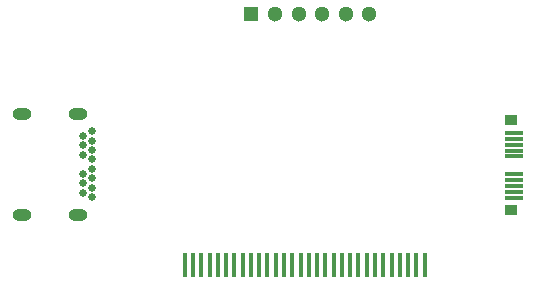
<source format=gbr>
%TF.GenerationSoftware,Altium Limited,Altium Designer,21.6.4 (81)*%
G04 Layer_Color=255*
%FSLAX26Y26*%
%MOIN*%
%TF.SameCoordinates,57458678-C278-4CFF-9AA2-19D65F52AC30*%
%TF.FilePolarity,Positive*%
%TF.FileFunction,Pads,Bot*%
%TF.Part,Single*%
G01*
G75*
%TA.AperFunction,ConnectorPad*%
%ADD14R,0.059055X0.013780*%
%TA.AperFunction,ComponentPad*%
%ADD34C,0.051181*%
%ADD35R,0.051181X0.051181*%
%ADD36O,0.062992X0.039370*%
%ADD37C,0.025591*%
%TA.AperFunction,ConnectorPad*%
%ADD39R,0.039370X0.035433*%
%TA.AperFunction,SMDPad,CuDef*%
%ADD40R,0.015748X0.078740*%
D14*
X1592520Y-111126D02*
D03*
Y-91441D02*
D03*
Y-71756D02*
D03*
Y-52071D02*
D03*
Y-32386D02*
D03*
Y26669D02*
D03*
Y46354D02*
D03*
Y66039D02*
D03*
Y85724D02*
D03*
Y105409D02*
D03*
D34*
X1111220Y500000D02*
D03*
X1032480D02*
D03*
X953740D02*
D03*
X796260D02*
D03*
X875000D02*
D03*
D35*
X717520D02*
D03*
D36*
X-46307Y168795D02*
D03*
Y-167425D02*
D03*
X139913Y168795D02*
D03*
Y-167425D02*
D03*
D37*
X157630Y-93803D02*
D03*
Y95173D02*
D03*
Y-62307D02*
D03*
Y63677D02*
D03*
Y-30811D02*
D03*
Y32181D02*
D03*
X185189Y-109551D02*
D03*
Y110921D02*
D03*
Y-78055D02*
D03*
Y79425D02*
D03*
Y-46559D02*
D03*
Y47929D02*
D03*
Y-15063D02*
D03*
Y16433D02*
D03*
D39*
X1582677Y-153451D02*
D03*
Y147730D02*
D03*
D40*
X495724Y-336654D02*
D03*
X523284D02*
D03*
X550843D02*
D03*
X578402D02*
D03*
X605961D02*
D03*
X633520D02*
D03*
X661079D02*
D03*
X688638D02*
D03*
X716197D02*
D03*
X743756D02*
D03*
X771315D02*
D03*
X798874D02*
D03*
X826433D02*
D03*
X853992D02*
D03*
X881551D02*
D03*
X909110D02*
D03*
X936669D02*
D03*
X964228D02*
D03*
X991788D02*
D03*
X1019346D02*
D03*
X1046906D02*
D03*
X1074465D02*
D03*
X1102024D02*
D03*
X1129583D02*
D03*
X1157142D02*
D03*
X1184701D02*
D03*
X1212260D02*
D03*
X1239819D02*
D03*
X1267378D02*
D03*
X1294937D02*
D03*
%TF.MD5,e8623b9fc8ffcac11fe81e1e7968ad7b*%
M02*

</source>
